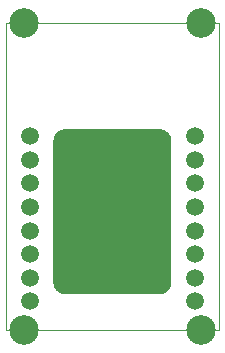
<source format=gbr>
G04 #@! TF.GenerationSoftware,KiCad,Pcbnew,6.0.10+dfsg-1~bpo11+1*
G04 #@! TF.ProjectId,mag,6d61672e-6b69-4636-9164-5f7063625858,rev?*
G04 #@! TF.SameCoordinates,Original*
G04 #@! TF.FileFunction,Copper,L2,Bot*
G04 #@! TF.FilePolarity,Positive*
%FSLAX46Y46*%
G04 Gerber Fmt 4.6, Leading zero omitted, Abs format (unit mm)*
%MOMM*%
%LPD*%
G01*
G04 APERTURE LIST*
G04 #@! TA.AperFunction,Profile*
%ADD10C,0.120000*%
G04 #@! TD*
G04 #@! TA.AperFunction,ComponentPad*
%ADD11C,2.500000*%
G04 #@! TD*
G04 #@! TA.AperFunction,ComponentPad*
%ADD12C,1.500000*%
G04 #@! TD*
G04 APERTURE END LIST*
D10*
X126500000Y-100000000D02*
X144500000Y-100000000D01*
X144500000Y-100000000D02*
X144500000Y-126000000D01*
X144500000Y-126000000D02*
X126500000Y-126000000D01*
X126500000Y-126000000D02*
X126500000Y-100000000D01*
D11*
X128000000Y-100000000D03*
X143000000Y-100000000D03*
X143000000Y-126000000D03*
X128000000Y-126000000D03*
D12*
X131500000Y-110000000D03*
G04 #@! TA.AperFunction,SMDPad,CuDef*
G36*
G01*
X130500000Y-122000000D02*
X130500000Y-110000000D01*
G75*
G02*
X131500000Y-109000000I1000000J0D01*
G01*
X139500000Y-109000000D01*
G75*
G02*
X140500000Y-110000000I0J-1000000D01*
G01*
X140500000Y-122000000D01*
G75*
G02*
X139500000Y-123000000I-1000000J0D01*
G01*
X131500000Y-123000000D01*
G75*
G02*
X130500000Y-122000000I0J1000000D01*
G01*
G37*
G04 #@! TD.AperFunction*
X139500000Y-122000000D03*
X135500000Y-120000000D03*
X133500000Y-114000000D03*
X131500000Y-116000000D03*
X139500000Y-114000000D03*
X137500000Y-110000000D03*
X135500000Y-122000000D03*
X131500000Y-114000000D03*
X139500000Y-116000000D03*
X133500000Y-120000000D03*
X137500000Y-120000000D03*
X139500000Y-118000000D03*
X139500000Y-110000000D03*
X131500000Y-122000000D03*
X137500000Y-118000000D03*
X139500000Y-120000000D03*
X131500000Y-112000000D03*
X133500000Y-112000000D03*
X133500000Y-110000000D03*
X137500000Y-116000000D03*
X137500000Y-112000000D03*
X137500000Y-122000000D03*
X137500000Y-114000000D03*
X133500000Y-116000000D03*
X133500000Y-118000000D03*
X135500000Y-118000000D03*
X139500000Y-112000000D03*
X133500000Y-122000000D03*
X135500000Y-116000000D03*
X135500000Y-112000000D03*
X135500000Y-110000000D03*
X131500000Y-118000000D03*
X131500000Y-120000000D03*
X135500000Y-114000000D03*
X128500000Y-109600000D03*
X128500000Y-111600000D03*
X128500000Y-113600000D03*
X128500000Y-115600000D03*
X128500000Y-117600000D03*
X128500000Y-119600000D03*
X128500000Y-121600000D03*
X128500000Y-123600000D03*
X142500000Y-123600000D03*
X142500000Y-121600000D03*
X142500000Y-119600000D03*
X142500000Y-117600000D03*
X142500000Y-115600000D03*
X142500000Y-113600000D03*
X142500000Y-111600000D03*
X142500000Y-109600000D03*
M02*

</source>
